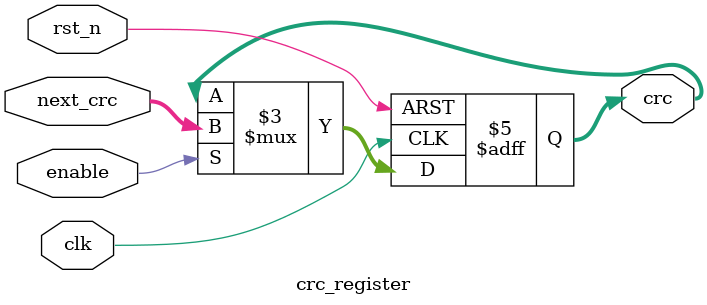
<source format=sv>
module crc8_with_enable(
    input wire clk,
    input wire rst_n,
    input wire enable,
    input wire [7:0] data,
    output reg [7:0] crc
);
    // Intermediate signals for CRC calculation
    wire [7:0] next_crc;
    
    // Instantiate CRC calculation submodule
    crc8_calculator #(
        .POLY(8'h07)
    ) crc_calc_inst (
        .current_crc(crc),
        .data_in(data),
        .next_crc(next_crc)
    );
    
    // Instantiate register control submodule
    crc_register crc_reg_inst (
        .clk(clk),
        .rst_n(rst_n),
        .enable(enable),
        .next_crc(next_crc),
        .crc(crc)
    );
endmodule

// Submodule for CRC calculation logic
module crc8_calculator #(
    parameter POLY = 8'h07
)(
    input wire [7:0] current_crc,
    input wire [7:0] data_in,
    output wire [7:0] next_crc
);
    // Intermediate signals for each bit calculation
    wire [7:0] bit_crc [0:7];
    
    // Process each bit in sequence
    bit_processor #(.POLY(POLY)) bit0_proc (
        .current_crc(current_crc),
        .data_bit(data_in[0]),
        .next_crc(bit_crc[0])
    );
    
    genvar i;
    generate
        for (i = 1; i < 8; i = i + 1) begin : bit_proc_gen
            bit_processor #(.POLY(POLY)) bit_proc (
                .current_crc(bit_crc[i-1]),
                .data_bit(data_in[i]),
                .next_crc(bit_crc[i])
            );
        end
    endgenerate
    
    // Connect the output
    assign next_crc = bit_crc[7];
endmodule

// Submodule for single bit CRC processing
module bit_processor #(
    parameter POLY = 8'h07
)(
    input wire [7:0] current_crc,
    input wire data_bit,
    output wire [7:0] next_crc
);
    wire feedback;
    
    // Calculate feedback bit
    assign feedback = current_crc[7] ^ data_bit;
    
    // Calculate next CRC value
    assign next_crc = {current_crc[6:0], 1'b0} ^ (feedback ? POLY : 8'h00);
endmodule

// Submodule for register control
module crc_register(
    input wire clk,
    input wire rst_n,
    input wire enable,
    input wire [7:0] next_crc,
    output reg [7:0] crc
);
    // Register with synchronous reset and enable
    always @(posedge clk or negedge rst_n) begin
        if (!rst_n) 
            crc <= 8'h00;
        else if (enable) 
            crc <= next_crc;
    end
endmodule
</source>
